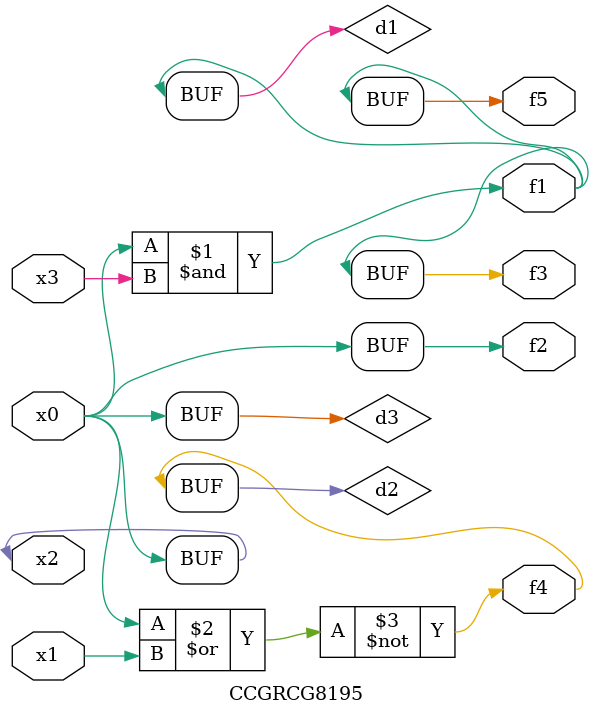
<source format=v>
module CCGRCG8195(
	input x0, x1, x2, x3,
	output f1, f2, f3, f4, f5
);

	wire d1, d2, d3;

	and (d1, x2, x3);
	nor (d2, x0, x1);
	buf (d3, x0, x2);
	assign f1 = d1;
	assign f2 = d3;
	assign f3 = d1;
	assign f4 = d2;
	assign f5 = d1;
endmodule

</source>
